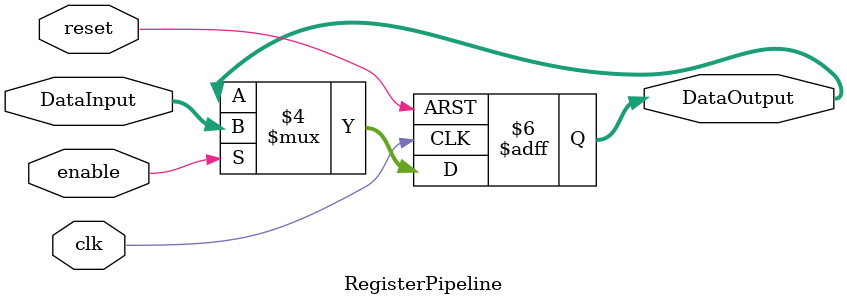
<source format=v>
module RegisterPipeline
#(
	parameter N=32,
	parameter Initial=0
)
(
	input clk,
	input enable,
	input reset,
	input  [N-1:0] DataInput,
	
	
	output reg [N-1:0] DataOutput
);

always@(negedge reset or negedge clk) begin	
	if(reset==0)
		DataOutput <= Initial;
	else
		if(enable==1)
			DataOutput<=DataInput;
end

endmodule
</source>
